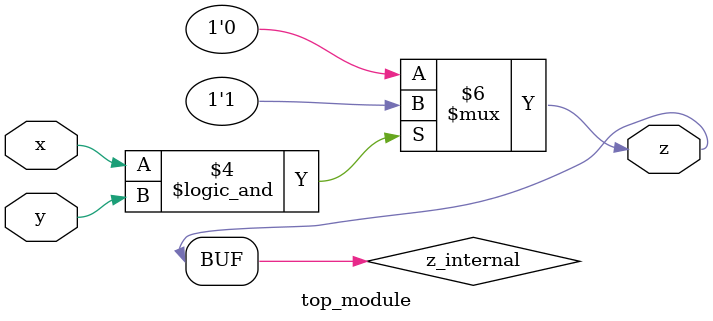
<source format=sv>
module top_module(
    input x,
    input y,
    output z);

    // Declare internal signals
    reg z_internal;

    // Always block for z_internal
    always @(x or y) begin
        if (x == 1'b1 && y == 1'b1)  // Fix comparison
            z_internal = 1'b1;
        else
            z_internal = 1'b0;
    end

    // Assign z to z_internal
    assign z = z_internal;

endmodule

</source>
